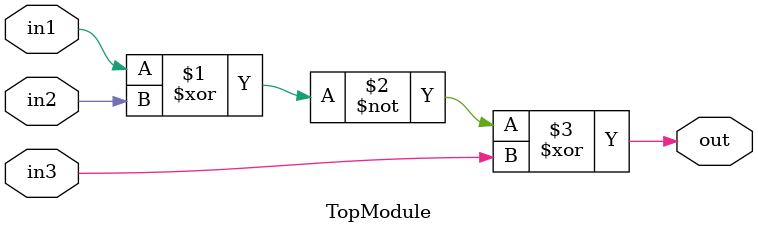
<source format=sv>
module TopModule
(
  input  logic in1,
  input  logic in2,
  input  logic in3,
  output logic out
);

  // Combinational logic

  assign out = ~(in1 ^ in2) ^ in3;

endmodule
</source>
